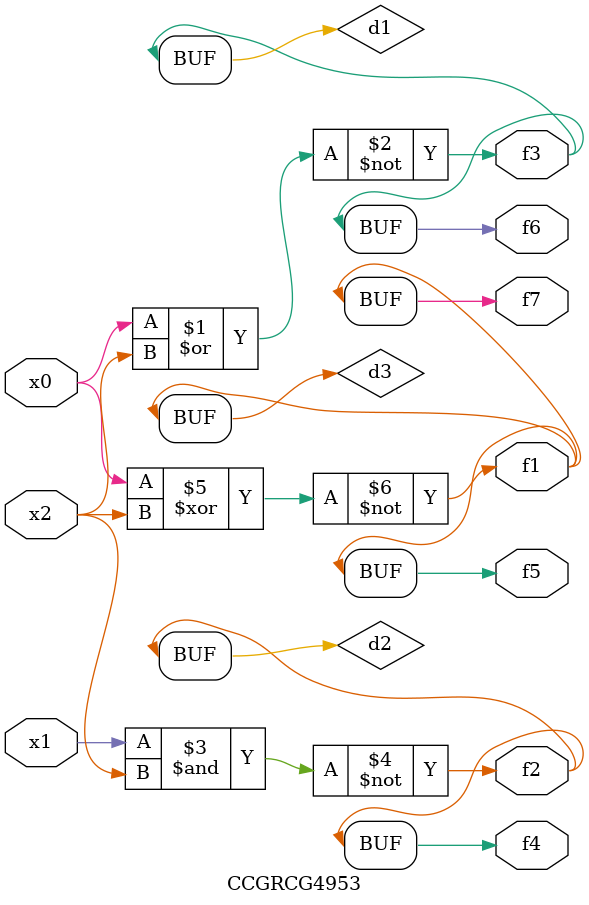
<source format=v>
module CCGRCG4953(
	input x0, x1, x2,
	output f1, f2, f3, f4, f5, f6, f7
);

	wire d1, d2, d3;

	nor (d1, x0, x2);
	nand (d2, x1, x2);
	xnor (d3, x0, x2);
	assign f1 = d3;
	assign f2 = d2;
	assign f3 = d1;
	assign f4 = d2;
	assign f5 = d3;
	assign f6 = d1;
	assign f7 = d3;
endmodule

</source>
